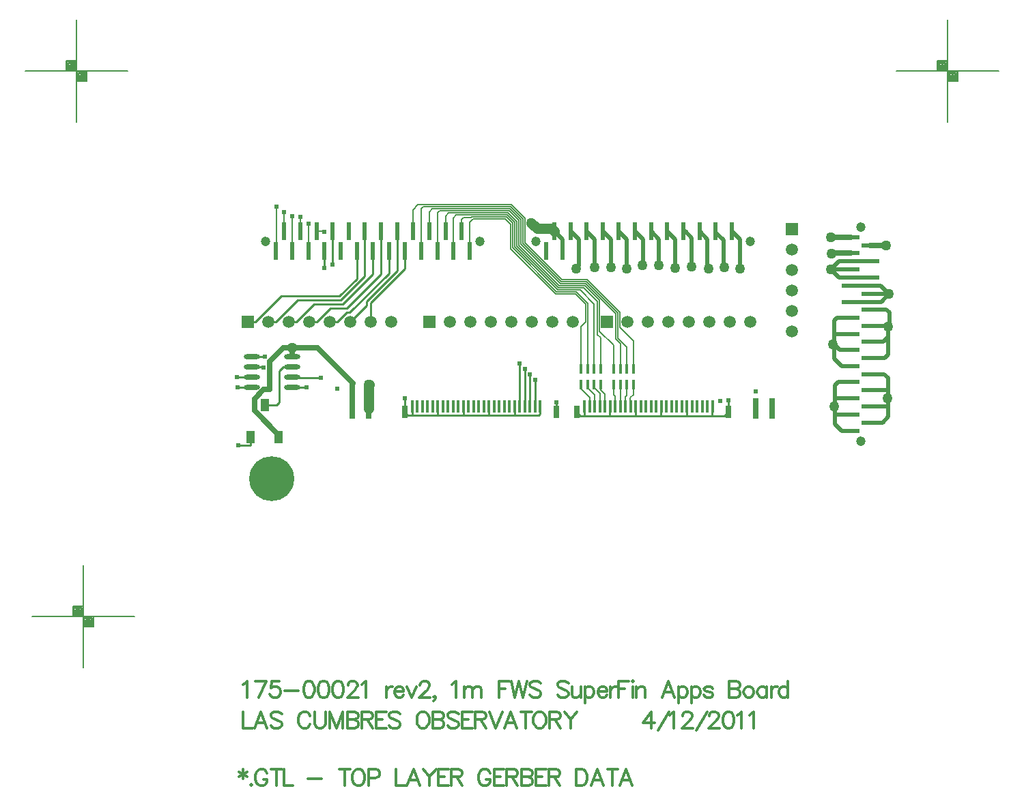
<source format=gtl>
%FSLAX23Y23*%
%MOIN*%
G70*
G01*
G75*
G04 Layer_Physical_Order=1*
G04 Layer_Color=255*
%ADD10O,0.079X0.024*%
%ADD11R,0.017X0.045*%
%ADD12R,0.014X0.060*%
%ADD13R,0.030X0.100*%
%ADD14R,0.031X0.060*%
%ADD15R,0.022X0.085*%
%ADD16R,0.039X0.059*%
%ADD17R,0.085X0.022*%
%ADD18C,0.006*%
%ADD19C,0.010*%
%ADD20C,0.025*%
%ADD21C,0.020*%
%ADD22C,0.050*%
%ADD23C,0.005*%
%ADD24C,0.012*%
%ADD25C,0.008*%
%ADD26C,0.012*%
%ADD27C,0.012*%
%ADD28C,0.059*%
%ADD29R,0.059X0.059*%
%ADD30R,0.059X0.059*%
%ADD31C,0.047*%
%ADD32C,0.219*%
%ADD33C,0.024*%
%ADD34C,0.050*%
D10*
X31396Y18696D02*
D03*
Y18746D02*
D03*
Y18796D02*
D03*
Y18846D02*
D03*
X31199Y18696D02*
D03*
Y18746D02*
D03*
Y18796D02*
D03*
Y18846D02*
D03*
D11*
X32807Y18786D02*
D03*
X32839D02*
D03*
X32870D02*
D03*
X32902D02*
D03*
Y18710D02*
D03*
X32870D02*
D03*
X32839D02*
D03*
X32807D02*
D03*
X32967Y18786D02*
D03*
X32999D02*
D03*
X33030D02*
D03*
X33062D02*
D03*
Y18710D02*
D03*
X33030D02*
D03*
X32999D02*
D03*
X32967D02*
D03*
D12*
X32558Y18603D02*
D03*
X31983D02*
D03*
X32008D02*
D03*
X32033D02*
D03*
X32058D02*
D03*
X32083D02*
D03*
X32108D02*
D03*
X32158D02*
D03*
X32183D02*
D03*
X32208D02*
D03*
X32233D02*
D03*
X32258D02*
D03*
X32283D02*
D03*
X32308D02*
D03*
X32333D02*
D03*
X32358D02*
D03*
X32383D02*
D03*
X32408D02*
D03*
X32433D02*
D03*
X32458D02*
D03*
X32483D02*
D03*
X32508D02*
D03*
X32533D02*
D03*
X32583D02*
D03*
X32608D02*
D03*
X32824Y18602D02*
D03*
X32849D02*
D03*
X32874D02*
D03*
X32899D02*
D03*
X32924D02*
D03*
X32949D02*
D03*
X32974D02*
D03*
X32999D02*
D03*
X33024D02*
D03*
X33049D02*
D03*
X33074D02*
D03*
X33099D02*
D03*
X33124D02*
D03*
X33149D02*
D03*
X33174D02*
D03*
X33199D02*
D03*
X33224D02*
D03*
X33249D02*
D03*
X33274D02*
D03*
X33299D02*
D03*
X33324D02*
D03*
X33349D02*
D03*
X33374D02*
D03*
X33399D02*
D03*
X33424D02*
D03*
X33449D02*
D03*
X32133Y18603D02*
D03*
D13*
X31691Y18593D02*
D03*
X31770D02*
D03*
X33740Y18593D02*
D03*
X33661D02*
D03*
D14*
X33526Y18575D02*
D03*
X32786D02*
D03*
X31946D02*
D03*
X32686D02*
D03*
D15*
X32637Y19361D02*
D03*
X32716D02*
D03*
X32795D02*
D03*
X32676Y19458D02*
D03*
X32755D02*
D03*
X33582Y19361D02*
D03*
X33543Y19458D02*
D03*
X33503Y19361D02*
D03*
X33464Y19458D02*
D03*
X33424Y19361D02*
D03*
X33385Y19458D02*
D03*
X33346Y19361D02*
D03*
X33306Y19458D02*
D03*
X33267Y19361D02*
D03*
X33228Y19458D02*
D03*
X33188Y19361D02*
D03*
X33149Y19458D02*
D03*
X33110Y19361D02*
D03*
X33070Y19458D02*
D03*
X33031Y19361D02*
D03*
X32991Y19458D02*
D03*
X32952Y19361D02*
D03*
X32913Y19458D02*
D03*
X32873Y19361D02*
D03*
X32834Y19458D02*
D03*
X31515D02*
D03*
X31554Y19361D02*
D03*
X31594Y19458D02*
D03*
X31633Y19361D02*
D03*
X31673Y19458D02*
D03*
X31712Y19361D02*
D03*
X31751Y19458D02*
D03*
X31791Y19361D02*
D03*
X31830Y19458D02*
D03*
X31869Y19361D02*
D03*
X31909Y19458D02*
D03*
X31948Y19361D02*
D03*
X31987Y19458D02*
D03*
X32027Y19361D02*
D03*
X32066Y19458D02*
D03*
X32106Y19361D02*
D03*
X32145Y19458D02*
D03*
X32184Y19361D02*
D03*
X32224Y19458D02*
D03*
X32263Y19361D02*
D03*
X31436Y19458D02*
D03*
X31358D02*
D03*
X31476Y19361D02*
D03*
X31397D02*
D03*
X31318D02*
D03*
D16*
X31193Y18454D02*
D03*
X31262Y18608D02*
D03*
X31331Y18454D02*
D03*
D17*
X34221Y19233D02*
D03*
X34124Y19193D02*
D03*
X34221Y19154D02*
D03*
X34124Y19114D02*
D03*
X34221Y19075D02*
D03*
X34124Y19036D02*
D03*
X34221Y18996D02*
D03*
X34124Y18957D02*
D03*
X34221Y18918D02*
D03*
X34124Y18878D02*
D03*
X34221Y18839D02*
D03*
X34124Y18799D02*
D03*
X34221Y18760D02*
D03*
X34124Y18721D02*
D03*
X34221Y18681D02*
D03*
X34124Y18642D02*
D03*
X34221Y18603D02*
D03*
X34124Y18563D02*
D03*
X34221Y18524D02*
D03*
X34124Y18484D02*
D03*
X34221Y19311D02*
D03*
Y19390D02*
D03*
X34124Y19272D02*
D03*
Y19351D02*
D03*
Y19429D02*
D03*
D18*
X31515Y19458D02*
X31551D01*
X31553Y19456D01*
X31475Y19362D02*
X31476Y19361D01*
X31475Y19362D02*
Y19496D01*
X31435Y19459D02*
X31436Y19458D01*
X31435Y19459D02*
Y19529D01*
X31397Y19361D02*
X31397Y19362D01*
Y19533D01*
X31358Y19458D02*
X31358Y19459D01*
Y19553D01*
X31318Y19361D02*
X31320Y19364D01*
Y19580D01*
D19*
X31554Y19279D02*
X31554Y19279D01*
Y19361D01*
X31594Y19294D02*
Y19458D01*
Y19294D02*
X31594Y19295D01*
X33525Y18575D02*
Y18631D01*
X33198Y18559D02*
Y18603D01*
X33073Y18558D02*
Y18603D01*
X33448Y18559D02*
Y18603D01*
X33323Y18559D02*
Y18603D01*
X32823Y18559D02*
Y18603D01*
X32948Y18558D02*
Y18603D01*
X32785Y18575D02*
X32803Y18557D01*
X31945Y18575D02*
X31960Y18560D01*
X31945Y18575D02*
Y18643D01*
X31396Y18696D02*
X31467D01*
X32558Y18603D02*
Y18759D01*
X32558Y18759D02*
X32558Y18759D01*
X31948Y19277D02*
Y19361D01*
X31780Y19016D02*
Y19109D01*
X31948Y19277D01*
X31909Y19266D02*
Y19458D01*
X31760Y19117D02*
X31909Y19266D01*
X31760Y19096D02*
Y19117D01*
X31680Y19016D02*
X31760Y19096D01*
X31869Y19254D02*
Y19361D01*
X31662Y19061D02*
X31675D01*
X31617Y19016D02*
X31662Y19061D01*
X31580Y19016D02*
X31617D01*
X31675Y19061D02*
X31869Y19254D01*
X31830Y19249D02*
Y19458D01*
X31582Y19081D02*
X31662D01*
X31517Y19016D02*
X31582Y19081D01*
X31480Y19016D02*
X31517D01*
X31662Y19081D02*
X31830Y19249D01*
X31791Y19249D02*
Y19361D01*
X31502Y19101D02*
X31642D01*
X31417Y19016D02*
X31502Y19101D01*
X31380Y19016D02*
X31417D01*
X31642Y19101D02*
X31791Y19249D01*
X31751Y19238D02*
Y19458D01*
X31422Y19121D02*
X31634D01*
X31317Y19016D02*
X31422Y19121D01*
X31280Y19016D02*
X31317D01*
X31634Y19121D02*
X31751Y19238D01*
X31712Y19227D02*
Y19361D01*
X31625Y19141D02*
X31712Y19227D01*
X31342Y19141D02*
X31625D01*
X31217Y19016D02*
X31342Y19141D01*
X31180Y19016D02*
X31217D01*
X31199Y18846D02*
X31262D01*
X31252Y18796D02*
X31257Y18791D01*
X31199Y18796D02*
X31252D01*
X31401Y18741D02*
X31537D01*
X31396Y18746D02*
X31401Y18741D01*
X31352Y18796D02*
X31396D01*
X31332Y18776D02*
X31352Y18796D01*
X33525Y18631D02*
X33525Y18631D01*
X33507Y18557D02*
X33525Y18575D01*
X32803Y18557D02*
X32825D01*
X32823Y18559D02*
X32825Y18557D01*
X32947D01*
X32948Y18558D01*
X32947Y18557D02*
X33074D01*
X33073Y18558D02*
X33074Y18557D01*
X33196D01*
X33198Y18559D01*
X33196Y18557D02*
X33325D01*
X33323Y18559D02*
X33325Y18557D01*
X33450D01*
X33507D01*
X33448Y18559D02*
X33450Y18557D01*
X32685Y18621D02*
X32685Y18621D01*
X31128Y18746D02*
X31199D01*
X31130Y18696D02*
X31199D01*
X31129Y18695D02*
X31130Y18696D01*
X31135Y18414D02*
X31193D01*
X31132Y18411D02*
X31135Y18414D01*
X31332Y18621D02*
Y18776D01*
X31262Y18608D02*
X31319D01*
X31332Y18621D01*
X31193Y18414D02*
Y18454D01*
X32583Y18603D02*
Y18732D01*
X32583Y18732D02*
X32583Y18732D01*
X32533Y18603D02*
Y18785D01*
X32534Y18786D01*
X32508Y18603D02*
Y18812D01*
X32507Y18813D02*
X32508Y18812D01*
X32608Y18602D02*
X32608Y18603D01*
X32600Y18560D02*
X32608Y18567D01*
Y18602D01*
X31983Y18560D02*
Y18603D01*
X31960Y18560D02*
X31983D01*
X32600D01*
X31983D02*
X31983Y18560D01*
X32108D02*
Y18603D01*
X32233Y18560D02*
Y18603D01*
X32358Y18560D02*
Y18603D01*
X32483Y18560D02*
Y18603D01*
X32686Y18575D02*
Y18620D01*
X32685Y18621D02*
X32686Y18620D01*
D20*
X31398Y18889D02*
X31520D01*
X31694Y18715D01*
X34027Y19429D02*
X34028Y19429D01*
X34124D01*
X34031Y19350D02*
X34032Y19351D01*
X34124D01*
X34298Y19390D02*
X34298Y19390D01*
X34221Y19390D02*
X34298D01*
X31398Y18848D02*
Y18889D01*
X31396Y18846D02*
X31398Y18848D01*
X31372Y18889D02*
X31398D01*
X31371Y18890D02*
X31372Y18889D01*
X31352Y18890D02*
X31371D01*
X31287Y18824D02*
X31352Y18890D01*
X31287Y18685D02*
Y18824D01*
X31257Y18685D02*
X31287D01*
X31212Y18640D02*
X31257Y18685D01*
X31212Y18581D02*
X31331Y18462D01*
Y18454D02*
Y18462D01*
X31212Y18581D02*
Y18640D01*
X31691Y18593D02*
Y18712D01*
X31694Y18715D01*
D21*
X34028Y19272D02*
X34068Y19233D01*
X34221D01*
X34028Y19272D02*
X34068Y19311D01*
X34221D01*
X34124Y19272D02*
X34124Y19272D01*
X34028Y19272D02*
X34124D01*
X34272Y19114D02*
X34310Y19153D01*
X34124Y19114D02*
X34272D01*
X34270Y19193D02*
X34310Y19153D01*
X34124Y19193D02*
X34270D01*
X34221Y19154D02*
X34222Y19153D01*
X34310D01*
X33543Y19458D02*
X33582Y19418D01*
Y19276D02*
Y19418D01*
X33464Y19454D02*
Y19458D01*
Y19454D02*
X33503Y19415D01*
X33502Y19286D02*
X33503Y19287D01*
Y19361D01*
Y19415D01*
X33385Y19458D02*
X33424Y19419D01*
X33422Y19286D02*
X33424Y19288D01*
Y19361D01*
Y19419D01*
X33306Y19458D02*
X33315D01*
X33346Y19287D02*
X33347Y19286D01*
X33315Y19458D02*
X33346Y19427D01*
Y19287D02*
Y19361D01*
Y19427D01*
X33228Y19458D02*
X33267Y19419D01*
Y19286D02*
X33267Y19286D01*
X33267Y19286D02*
Y19361D01*
Y19419D01*
X33149Y19458D02*
X33188Y19419D01*
X33187Y19291D02*
X33188Y19292D01*
Y19361D01*
Y19419D01*
X33070Y19458D02*
X33110Y19419D01*
X33107Y19291D02*
X33110Y19293D01*
Y19361D01*
Y19419D01*
X32991Y19458D02*
X33031Y19419D01*
Y19287D02*
Y19361D01*
Y19419D01*
X32913Y19458D02*
X32952Y19419D01*
Y19281D02*
X32952Y19281D01*
X32952Y19281D02*
Y19361D01*
Y19419D01*
X32834Y19458D02*
X32873Y19419D01*
X32872Y19281D02*
X32873Y19282D01*
Y19361D01*
Y19419D01*
X32755Y19458D02*
X32795Y19419D01*
Y19288D02*
Y19361D01*
Y19419D01*
X32676Y19458D02*
X32716Y19419D01*
Y19361D02*
Y19419D01*
X34307Y18991D02*
X34312Y18996D01*
Y19061D01*
X34221Y19075D02*
X34298D01*
X34312Y19061D01*
X34221Y18996D02*
X34302D01*
X34307Y18991D01*
X34221Y18918D02*
X34284D01*
X34221Y18839D02*
X34290D01*
X34307Y18856D01*
X34284Y18918D02*
X34307Y18941D01*
Y18856D02*
Y18941D01*
Y18991D01*
X34079Y18799D02*
X34124D01*
X34042Y18836D02*
X34079Y18799D01*
X34057Y19036D02*
X34124D01*
X34042Y19021D02*
X34057Y19036D01*
X34043Y18957D02*
X34124D01*
X34042Y18956D02*
X34043Y18957D01*
X34042Y18956D02*
Y19021D01*
X34070Y18878D02*
X34124D01*
X34042Y18906D02*
X34070Y18878D01*
X34042Y18836D02*
Y18906D01*
Y18956D01*
X34079Y18484D02*
X34124D01*
X34047Y18516D02*
X34079Y18484D01*
X34062Y18721D02*
X34124D01*
X34047Y18706D02*
X34062Y18721D01*
X34048Y18642D02*
X34124D01*
X34047Y18641D02*
Y18706D01*
Y18641D02*
X34048Y18642D01*
X34050Y18563D02*
X34124D01*
X34047Y18516D02*
Y18561D01*
Y18641D01*
Y18561D02*
X34050Y18563D01*
X34221Y18524D02*
X34280D01*
X34307Y18551D01*
X34221Y18760D02*
X34288D01*
X34307Y18741D01*
X34221Y18681D02*
X34303D01*
X34307Y18686D02*
Y18741D01*
X34303Y18681D02*
X34307Y18686D01*
X34221Y18603D02*
X34300D01*
X34307Y18596D01*
Y18551D02*
Y18596D01*
Y18686D01*
X32782Y19276D02*
X32795Y19288D01*
X33422Y19286D02*
X33431Y19277D01*
X33502Y19286D02*
X33507Y19281D01*
D22*
X32664Y19471D02*
X32676Y19458D01*
X32592Y19471D02*
X32664D01*
X32564Y19499D02*
X32592Y19471D01*
X31770Y18593D02*
Y18706D01*
X31772Y18708D01*
X31771Y18709D02*
X31772Y18708D01*
X31771Y18709D02*
Y18710D01*
D23*
X31987Y19458D02*
Y19564D01*
X32011Y19588D01*
X32467D01*
X32532Y19403D02*
Y19523D01*
Y19403D02*
X32713Y19222D01*
X32837D01*
X32995Y19064D01*
Y18988D02*
Y19064D01*
Y18988D02*
X33062Y18921D01*
Y18786D02*
Y18921D01*
X32467Y19588D02*
X32532Y19523D01*
X32027Y19361D02*
Y19568D01*
X32036Y19578D01*
X32522Y19399D02*
Y19519D01*
X32709Y19212D02*
X32833D01*
X32985Y19060D01*
Y18937D02*
Y19060D01*
Y18937D02*
X33030Y18892D01*
Y18786D02*
Y18892D01*
X32036Y19578D02*
X32463D01*
X32522Y19519D01*
Y19399D02*
X32709Y19212D01*
X32066Y19458D02*
Y19554D01*
X32080Y19568D01*
X32459D01*
X32705Y19202D02*
X32829D01*
X32975Y19055D01*
Y18931D02*
Y19055D01*
Y18931D02*
X32999Y18908D01*
Y18786D02*
Y18908D01*
X32459Y19568D02*
X32512Y19515D01*
Y19395D02*
Y19515D01*
Y19395D02*
X32705Y19202D01*
X32106Y19361D02*
Y19548D01*
X32115Y19558D01*
X32455D01*
X32502Y19390D02*
Y19511D01*
X32700Y19192D02*
X32825D01*
X32895Y18982D02*
Y19121D01*
Y18982D02*
X32898Y18979D01*
Y18970D02*
Y18979D01*
Y18970D02*
X32967Y18901D01*
Y18786D02*
Y18901D01*
X32455Y19558D02*
X32502Y19511D01*
Y19390D02*
X32700Y19192D01*
X32825D02*
X32895Y19121D01*
X32145Y19458D02*
Y19533D01*
X32159Y19548D01*
X32451D01*
X32492Y19386D02*
Y19507D01*
X32820Y19182D02*
X32885Y19117D01*
Y18978D02*
Y19117D01*
Y18978D02*
X32888Y18975D01*
Y18952D02*
X32902Y18939D01*
Y18786D02*
Y18939D01*
X32451Y19548D02*
X32492Y19507D01*
Y19386D02*
X32696Y19182D01*
X32820D01*
X32888Y18952D02*
Y18975D01*
X32184Y19361D02*
Y19524D01*
X32198Y19538D01*
X32447D01*
X32482Y19382D02*
Y19503D01*
X32692Y19172D02*
X32802D01*
X32870Y19104D01*
Y18786D02*
Y19104D01*
X32447Y19538D02*
X32482Y19503D01*
Y19382D02*
X32692Y19172D01*
X32224Y19458D02*
Y19517D01*
X32233Y19527D01*
X32270D01*
X32271Y19528D01*
X32442D01*
X32472Y19378D02*
Y19498D01*
X32688Y19162D02*
X32783D01*
X32839Y19106D01*
Y18786D02*
Y19106D01*
X32442Y19528D02*
X32472Y19498D01*
Y19378D02*
X32688Y19162D01*
X32263Y19361D02*
Y19502D01*
X32279Y19518D01*
X32438D01*
X32462Y19494D01*
Y19374D02*
Y19494D01*
X32829Y19016D02*
Y19102D01*
X32807Y18994D02*
X32829Y19016D01*
X32807Y18786D02*
Y18994D01*
X32462Y19374D02*
X32684Y19152D01*
X32779D01*
X32829Y19102D01*
X33062Y18659D02*
Y18710D01*
X33047Y18645D02*
X33062Y18659D01*
X33047Y18603D02*
Y18645D01*
Y18603D02*
X33049Y18602D01*
X33030Y18655D02*
Y18710D01*
X33023Y18648D02*
X33030Y18655D01*
X33023Y18602D02*
Y18648D01*
Y18602D02*
X33024Y18602D01*
X32999Y18602D02*
Y18710D01*
X32999Y18602D02*
X32999Y18602D01*
X32967Y18659D02*
Y18710D01*
X32974Y18602D02*
Y18652D01*
X32967Y18659D02*
X32974Y18652D01*
X32902Y18684D02*
Y18710D01*
X32924Y18602D02*
Y18662D01*
X32902Y18684D02*
X32924Y18662D01*
X32870Y18696D02*
Y18710D01*
X32899Y18602D02*
Y18667D01*
X32870Y18696D02*
X32899Y18667D01*
X32839Y18694D02*
Y18710D01*
X32874Y18602D02*
Y18659D01*
X32839Y18694D02*
X32874Y18659D01*
X32807Y18689D02*
Y18710D01*
X32849Y18602D02*
Y18647D01*
X32807Y18689D02*
X32849Y18647D01*
D24*
X31156Y16829D02*
Y16783D01*
X31137Y16817D02*
X31175Y16794D01*
Y16817D02*
X31137Y16794D01*
X31196Y16756D02*
X31192Y16753D01*
X31196Y16749D01*
X31199Y16753D01*
X31196Y16756D01*
X31274Y16810D02*
X31270Y16817D01*
X31263Y16825D01*
X31255Y16829D01*
X31240D01*
X31232Y16825D01*
X31224Y16817D01*
X31221Y16810D01*
X31217Y16798D01*
Y16779D01*
X31221Y16768D01*
X31224Y16760D01*
X31232Y16753D01*
X31240Y16749D01*
X31255D01*
X31263Y16753D01*
X31270Y16760D01*
X31274Y16768D01*
Y16779D01*
X31255D02*
X31274D01*
X31319Y16829D02*
Y16749D01*
X31292Y16829D02*
X31346D01*
X31355D02*
Y16749D01*
X31401D01*
X31472Y16783D02*
X31541D01*
X31654Y16829D02*
Y16749D01*
X31627Y16829D02*
X31681D01*
X31713D02*
X31706Y16825D01*
X31698Y16817D01*
X31694Y16810D01*
X31690Y16798D01*
Y16779D01*
X31694Y16768D01*
X31698Y16760D01*
X31706Y16753D01*
X31713Y16749D01*
X31728D01*
X31736Y16753D01*
X31744Y16760D01*
X31747Y16768D01*
X31751Y16779D01*
Y16798D01*
X31747Y16810D01*
X31744Y16817D01*
X31736Y16825D01*
X31728Y16829D01*
X31713D01*
X31770Y16787D02*
X31804D01*
X31816Y16791D01*
X31819Y16794D01*
X31823Y16802D01*
Y16814D01*
X31819Y16821D01*
X31816Y16825D01*
X31804Y16829D01*
X31770D01*
Y16749D01*
X31904Y16829D02*
Y16749D01*
X31950D01*
X32019D02*
X31989Y16829D01*
X31958Y16749D01*
X31970Y16775D02*
X32008D01*
X32038Y16829D02*
X32068Y16791D01*
Y16749D01*
X32099Y16829D02*
X32068Y16791D01*
X32159Y16829D02*
X32109D01*
Y16749D01*
X32159D01*
X32109Y16791D02*
X32140D01*
X32172Y16829D02*
Y16749D01*
Y16829D02*
X32206D01*
X32218Y16825D01*
X32222Y16821D01*
X32225Y16814D01*
Y16806D01*
X32222Y16798D01*
X32218Y16794D01*
X32206Y16791D01*
X32172D01*
X32199D02*
X32225Y16749D01*
X32363Y16810D02*
X32359Y16817D01*
X32352Y16825D01*
X32344Y16829D01*
X32329D01*
X32321Y16825D01*
X32314Y16817D01*
X32310Y16810D01*
X32306Y16798D01*
Y16779D01*
X32310Y16768D01*
X32314Y16760D01*
X32321Y16753D01*
X32329Y16749D01*
X32344D01*
X32352Y16753D01*
X32359Y16760D01*
X32363Y16768D01*
Y16779D01*
X32344D02*
X32363D01*
X32431Y16829D02*
X32382D01*
Y16749D01*
X32431D01*
X32382Y16791D02*
X32412D01*
X32444Y16829D02*
Y16749D01*
Y16829D02*
X32479D01*
X32490Y16825D01*
X32494Y16821D01*
X32498Y16814D01*
Y16806D01*
X32494Y16798D01*
X32490Y16794D01*
X32479Y16791D01*
X32444D01*
X32471D02*
X32498Y16749D01*
X32516Y16829D02*
Y16749D01*
Y16829D02*
X32550D01*
X32561Y16825D01*
X32565Y16821D01*
X32569Y16814D01*
Y16806D01*
X32565Y16798D01*
X32561Y16794D01*
X32550Y16791D01*
X32516D02*
X32550D01*
X32561Y16787D01*
X32565Y16783D01*
X32569Y16775D01*
Y16764D01*
X32565Y16756D01*
X32561Y16753D01*
X32550Y16749D01*
X32516D01*
X32636Y16829D02*
X32587D01*
Y16749D01*
X32636D01*
X32587Y16791D02*
X32617D01*
X32650Y16829D02*
Y16749D01*
Y16829D02*
X32684D01*
X32695Y16825D01*
X32699Y16821D01*
X32703Y16814D01*
Y16806D01*
X32699Y16798D01*
X32695Y16794D01*
X32684Y16791D01*
X32650D01*
X32676D02*
X32703Y16749D01*
X32784Y16829D02*
Y16749D01*
Y16829D02*
X32810D01*
X32822Y16825D01*
X32829Y16817D01*
X32833Y16810D01*
X32837Y16798D01*
Y16779D01*
X32833Y16768D01*
X32829Y16760D01*
X32822Y16753D01*
X32810Y16749D01*
X32784D01*
X32916D02*
X32885Y16829D01*
X32855Y16749D01*
X32866Y16775D02*
X32904D01*
X32961Y16829D02*
Y16749D01*
X32935Y16829D02*
X32988D01*
X33058Y16749D02*
X33028Y16829D01*
X32997Y16749D01*
X33009Y16775D02*
X33047D01*
D25*
X30093Y20243D02*
X30593D01*
X30343Y19993D02*
Y20493D01*
X30293Y20243D02*
Y20293D01*
X30343D01*
X30393Y20193D02*
Y20243D01*
X30343Y20193D02*
X30393D01*
X30348Y20238D02*
X30388D01*
Y20198D02*
Y20238D01*
X30348Y20198D02*
X30388D01*
X30348D02*
Y20238D01*
X30353Y20233D02*
X30383D01*
Y20203D02*
Y20233D01*
X30353Y20203D02*
X30383D01*
X30353D02*
Y20228D01*
X30358D02*
X30378D01*
Y20208D02*
Y20228D01*
X30358Y20208D02*
X30378D01*
X30358D02*
Y20223D01*
X30363D02*
X30373D01*
Y20213D02*
Y20223D01*
X30363Y20213D02*
X30373D01*
X30363D02*
Y20223D01*
Y20218D02*
X30373D01*
X30298Y20288D02*
X30338D01*
Y20248D02*
Y20288D01*
X30298Y20248D02*
X30338D01*
X30298D02*
Y20288D01*
X30303Y20283D02*
X30333D01*
Y20253D02*
Y20283D01*
X30303Y20253D02*
X30333D01*
X30303D02*
Y20278D01*
X30308D02*
X30328D01*
Y20258D02*
Y20278D01*
X30308Y20258D02*
X30328D01*
X30308D02*
Y20273D01*
X30313D02*
X30323D01*
Y20263D02*
Y20273D01*
X30313Y20263D02*
X30323D01*
X30313D02*
Y20273D01*
Y20268D02*
X30323D01*
X30126Y17575D02*
X30626D01*
X30376Y17325D02*
Y17825D01*
X30326Y17575D02*
Y17625D01*
X30376D01*
X30426Y17525D02*
Y17575D01*
X30376Y17525D02*
X30426D01*
X30381Y17570D02*
X30421D01*
Y17530D02*
Y17570D01*
X30381Y17530D02*
X30421D01*
X30381D02*
Y17570D01*
X30386Y17565D02*
X30416D01*
Y17535D02*
Y17565D01*
X30386Y17535D02*
X30416D01*
X30386D02*
Y17560D01*
X30391D02*
X30411D01*
Y17540D02*
Y17560D01*
X30391Y17540D02*
X30411D01*
X30391D02*
Y17555D01*
X30396D02*
X30406D01*
Y17545D02*
Y17555D01*
X30396Y17545D02*
X30406D01*
X30396D02*
Y17555D01*
Y17550D02*
X30406D01*
X30331Y17620D02*
X30371D01*
Y17580D02*
Y17620D01*
X30331Y17580D02*
X30371D01*
X30331D02*
Y17620D01*
X30336Y17615D02*
X30366D01*
Y17585D02*
Y17615D01*
X30336Y17585D02*
X30366D01*
X30336D02*
Y17610D01*
X30341D02*
X30361D01*
Y17590D02*
Y17610D01*
X30341Y17590D02*
X30361D01*
X30341D02*
Y17605D01*
X30346D02*
X30356D01*
Y17595D02*
Y17605D01*
X30346Y17595D02*
X30356D01*
X30346D02*
Y17605D01*
Y17600D02*
X30356D01*
X34347Y20243D02*
X34847D01*
X34597Y19993D02*
Y20493D01*
X34547Y20243D02*
Y20293D01*
X34597D01*
X34647Y20193D02*
Y20243D01*
X34597Y20193D02*
X34647D01*
X34602Y20238D02*
X34642D01*
Y20198D02*
Y20238D01*
X34602Y20198D02*
X34642D01*
X34602D02*
Y20238D01*
X34607Y20233D02*
X34637D01*
Y20203D02*
Y20233D01*
X34607Y20203D02*
X34637D01*
X34607D02*
Y20228D01*
X34612D02*
X34632D01*
Y20208D02*
Y20228D01*
X34612Y20208D02*
X34632D01*
X34612D02*
Y20223D01*
X34617D02*
X34627D01*
Y20213D02*
Y20223D01*
X34617Y20213D02*
X34627D01*
X34617D02*
Y20223D01*
Y20218D02*
X34627D01*
X34552Y20288D02*
X34592D01*
Y20248D02*
Y20288D01*
X34552Y20248D02*
X34592D01*
X34552D02*
Y20288D01*
X34557Y20283D02*
X34587D01*
Y20253D02*
Y20283D01*
X34557Y20253D02*
X34587D01*
X34557D02*
Y20278D01*
X34562D02*
X34582D01*
Y20258D02*
Y20278D01*
X34562Y20258D02*
X34582D01*
X34562D02*
Y20273D01*
X34567D02*
X34577D01*
Y20263D02*
Y20273D01*
X34567Y20263D02*
X34577D01*
X34567D02*
Y20273D01*
Y20268D02*
X34577D01*
D26*
X31158Y17244D02*
X31166Y17248D01*
X31177Y17259D01*
Y17179D01*
X31270Y17259D02*
X31232Y17179D01*
X31217Y17259D02*
X31270D01*
X31334D02*
X31296D01*
X31292Y17225D01*
X31296Y17229D01*
X31307Y17233D01*
X31319D01*
X31330Y17229D01*
X31338Y17221D01*
X31341Y17210D01*
Y17202D01*
X31338Y17191D01*
X31330Y17183D01*
X31319Y17179D01*
X31307D01*
X31296Y17183D01*
X31292Y17187D01*
X31288Y17195D01*
X31359Y17214D02*
X31428D01*
X31474Y17259D02*
X31463Y17256D01*
X31455Y17244D01*
X31452Y17225D01*
Y17214D01*
X31455Y17195D01*
X31463Y17183D01*
X31474Y17179D01*
X31482D01*
X31493Y17183D01*
X31501Y17195D01*
X31505Y17214D01*
Y17225D01*
X31501Y17244D01*
X31493Y17256D01*
X31482Y17259D01*
X31474D01*
X31546D02*
X31534Y17256D01*
X31527Y17244D01*
X31523Y17225D01*
Y17214D01*
X31527Y17195D01*
X31534Y17183D01*
X31546Y17179D01*
X31553D01*
X31565Y17183D01*
X31572Y17195D01*
X31576Y17214D01*
Y17225D01*
X31572Y17244D01*
X31565Y17256D01*
X31553Y17259D01*
X31546D01*
X31617D02*
X31605Y17256D01*
X31598Y17244D01*
X31594Y17225D01*
Y17214D01*
X31598Y17195D01*
X31605Y17183D01*
X31617Y17179D01*
X31624D01*
X31636Y17183D01*
X31644Y17195D01*
X31647Y17214D01*
Y17225D01*
X31644Y17244D01*
X31636Y17256D01*
X31624Y17259D01*
X31617D01*
X31669Y17240D02*
Y17244D01*
X31673Y17252D01*
X31677Y17256D01*
X31684Y17259D01*
X31700D01*
X31707Y17256D01*
X31711Y17252D01*
X31715Y17244D01*
Y17237D01*
X31711Y17229D01*
X31703Y17217D01*
X31665Y17179D01*
X31719D01*
X31736Y17244D02*
X31744Y17248D01*
X31755Y17259D01*
Y17179D01*
X31858Y17233D02*
Y17179D01*
Y17210D02*
X31862Y17221D01*
X31869Y17229D01*
X31877Y17233D01*
X31888D01*
X31896Y17210D02*
X31941D01*
Y17217D01*
X31938Y17225D01*
X31934Y17229D01*
X31926Y17233D01*
X31915D01*
X31907Y17229D01*
X31899Y17221D01*
X31896Y17210D01*
Y17202D01*
X31899Y17191D01*
X31907Y17183D01*
X31915Y17179D01*
X31926D01*
X31934Y17183D01*
X31941Y17191D01*
X31958Y17233D02*
X31981Y17179D01*
X32004Y17233D02*
X31981Y17179D01*
X32021Y17240D02*
Y17244D01*
X32025Y17252D01*
X32029Y17256D01*
X32036Y17259D01*
X32051D01*
X32059Y17256D01*
X32063Y17252D01*
X32067Y17244D01*
Y17237D01*
X32063Y17229D01*
X32055Y17217D01*
X32017Y17179D01*
X32070D01*
X32096Y17183D02*
X32092Y17179D01*
X32088Y17183D01*
X32092Y17187D01*
X32096Y17183D01*
Y17176D01*
X32092Y17168D01*
X32088Y17164D01*
X32176Y17244D02*
X32184Y17248D01*
X32195Y17259D01*
Y17179D01*
X32235Y17233D02*
Y17179D01*
Y17217D02*
X32246Y17229D01*
X32254Y17233D01*
X32265D01*
X32273Y17229D01*
X32277Y17217D01*
Y17179D01*
Y17217D02*
X32288Y17229D01*
X32296Y17233D01*
X32307D01*
X32315Y17229D01*
X32319Y17217D01*
Y17179D01*
X32407Y17259D02*
Y17179D01*
Y17259D02*
X32456D01*
X32407Y17221D02*
X32437D01*
X32465Y17259D02*
X32484Y17179D01*
X32504Y17259D02*
X32484Y17179D01*
X32504Y17259D02*
X32523Y17179D01*
X32542Y17259D02*
X32523Y17179D01*
X32611Y17248D02*
X32603Y17256D01*
X32592Y17259D01*
X32577D01*
X32565Y17256D01*
X32558Y17248D01*
Y17240D01*
X32561Y17233D01*
X32565Y17229D01*
X32573Y17225D01*
X32596Y17217D01*
X32603Y17214D01*
X32607Y17210D01*
X32611Y17202D01*
Y17191D01*
X32603Y17183D01*
X32592Y17179D01*
X32577D01*
X32565Y17183D01*
X32558Y17191D01*
X32745Y17248D02*
X32737Y17256D01*
X32726Y17259D01*
X32711D01*
X32699Y17256D01*
X32692Y17248D01*
Y17240D01*
X32695Y17233D01*
X32699Y17229D01*
X32707Y17225D01*
X32730Y17217D01*
X32737Y17214D01*
X32741Y17210D01*
X32745Y17202D01*
Y17191D01*
X32737Y17183D01*
X32726Y17179D01*
X32711D01*
X32699Y17183D01*
X32692Y17191D01*
X32763Y17233D02*
Y17195D01*
X32767Y17183D01*
X32774Y17179D01*
X32786D01*
X32793Y17183D01*
X32805Y17195D01*
Y17233D02*
Y17179D01*
X32826Y17233D02*
Y17153D01*
Y17221D02*
X32833Y17229D01*
X32841Y17233D01*
X32852D01*
X32860Y17229D01*
X32868Y17221D01*
X32871Y17210D01*
Y17202D01*
X32868Y17191D01*
X32860Y17183D01*
X32852Y17179D01*
X32841D01*
X32833Y17183D01*
X32826Y17191D01*
X32889Y17210D02*
X32934D01*
Y17217D01*
X32930Y17225D01*
X32927Y17229D01*
X32919Y17233D01*
X32908D01*
X32900Y17229D01*
X32892Y17221D01*
X32889Y17210D01*
Y17202D01*
X32892Y17191D01*
X32900Y17183D01*
X32908Y17179D01*
X32919D01*
X32927Y17183D01*
X32934Y17191D01*
X32951Y17233D02*
Y17179D01*
Y17210D02*
X32955Y17221D01*
X32963Y17229D01*
X32970Y17233D01*
X32982D01*
X32989Y17259D02*
Y17179D01*
Y17259D02*
X33039D01*
X32989Y17221D02*
X33020D01*
X33055Y17259D02*
X33059Y17256D01*
X33063Y17259D01*
X33059Y17263D01*
X33055Y17259D01*
X33059Y17233D02*
Y17179D01*
X33077Y17233D02*
Y17179D01*
Y17217D02*
X33089Y17229D01*
X33096Y17233D01*
X33108D01*
X33115Y17229D01*
X33119Y17217D01*
Y17179D01*
X33264D02*
X33233Y17259D01*
X33203Y17179D01*
X33214Y17206D02*
X33252D01*
X33282Y17233D02*
Y17153D01*
Y17221D02*
X33290Y17229D01*
X33298Y17233D01*
X33309D01*
X33317Y17229D01*
X33324Y17221D01*
X33328Y17210D01*
Y17202D01*
X33324Y17191D01*
X33317Y17183D01*
X33309Y17179D01*
X33298D01*
X33290Y17183D01*
X33282Y17191D01*
X33345Y17233D02*
Y17153D01*
Y17221D02*
X33353Y17229D01*
X33360Y17233D01*
X33372D01*
X33380Y17229D01*
X33387Y17221D01*
X33391Y17210D01*
Y17202D01*
X33387Y17191D01*
X33380Y17183D01*
X33372Y17179D01*
X33360D01*
X33353Y17183D01*
X33345Y17191D01*
X33450Y17221D02*
X33446Y17229D01*
X33435Y17233D01*
X33423D01*
X33412Y17229D01*
X33408Y17221D01*
X33412Y17214D01*
X33420Y17210D01*
X33439Y17206D01*
X33446Y17202D01*
X33450Y17195D01*
Y17191D01*
X33446Y17183D01*
X33435Y17179D01*
X33423D01*
X33412Y17183D01*
X33408Y17191D01*
X33530Y17259D02*
Y17179D01*
Y17259D02*
X33564D01*
X33575Y17256D01*
X33579Y17252D01*
X33583Y17244D01*
Y17237D01*
X33579Y17229D01*
X33575Y17225D01*
X33564Y17221D01*
X33530D02*
X33564D01*
X33575Y17217D01*
X33579Y17214D01*
X33583Y17206D01*
Y17195D01*
X33579Y17187D01*
X33575Y17183D01*
X33564Y17179D01*
X33530D01*
X33620Y17233D02*
X33612Y17229D01*
X33605Y17221D01*
X33601Y17210D01*
Y17202D01*
X33605Y17191D01*
X33612Y17183D01*
X33620Y17179D01*
X33631D01*
X33639Y17183D01*
X33647Y17191D01*
X33650Y17202D01*
Y17210D01*
X33647Y17221D01*
X33639Y17229D01*
X33631Y17233D01*
X33620D01*
X33714D02*
Y17179D01*
Y17221D02*
X33706Y17229D01*
X33698Y17233D01*
X33687D01*
X33679Y17229D01*
X33672Y17221D01*
X33668Y17210D01*
Y17202D01*
X33672Y17191D01*
X33679Y17183D01*
X33687Y17179D01*
X33698D01*
X33706Y17183D01*
X33714Y17191D01*
X33735Y17233D02*
Y17179D01*
Y17210D02*
X33739Y17221D01*
X33746Y17229D01*
X33754Y17233D01*
X33765D01*
X33818Y17259D02*
Y17179D01*
Y17221D02*
X33811Y17229D01*
X33803Y17233D01*
X33792D01*
X33784Y17229D01*
X33776Y17221D01*
X33773Y17210D01*
Y17202D01*
X33776Y17191D01*
X33784Y17183D01*
X33792Y17179D01*
X33803D01*
X33811Y17183D01*
X33818Y17191D01*
D27*
X31158Y17109D02*
Y17029D01*
X31204D01*
X31274D02*
X31243Y17109D01*
X31213Y17029D01*
X31224Y17056D02*
X31262D01*
X31346Y17098D02*
X31338Y17106D01*
X31327Y17109D01*
X31311D01*
X31300Y17106D01*
X31292Y17098D01*
Y17090D01*
X31296Y17083D01*
X31300Y17079D01*
X31308Y17075D01*
X31330Y17067D01*
X31338Y17064D01*
X31342Y17060D01*
X31346Y17052D01*
Y17041D01*
X31338Y17033D01*
X31327Y17029D01*
X31311D01*
X31300Y17033D01*
X31292Y17041D01*
X31484Y17090D02*
X31480Y17098D01*
X31472Y17106D01*
X31465Y17109D01*
X31449D01*
X31442Y17106D01*
X31434Y17098D01*
X31430Y17090D01*
X31426Y17079D01*
Y17060D01*
X31430Y17048D01*
X31434Y17041D01*
X31442Y17033D01*
X31449Y17029D01*
X31465D01*
X31472Y17033D01*
X31480Y17041D01*
X31484Y17048D01*
X31506Y17109D02*
Y17052D01*
X31510Y17041D01*
X31517Y17033D01*
X31529Y17029D01*
X31536D01*
X31548Y17033D01*
X31556Y17041D01*
X31559Y17052D01*
Y17109D01*
X31581D02*
Y17029D01*
Y17109D02*
X31612Y17029D01*
X31642Y17109D02*
X31612Y17029D01*
X31642Y17109D02*
Y17029D01*
X31665Y17109D02*
Y17029D01*
Y17109D02*
X31700D01*
X31711Y17106D01*
X31715Y17102D01*
X31719Y17094D01*
Y17086D01*
X31715Y17079D01*
X31711Y17075D01*
X31700Y17071D01*
X31665D02*
X31700D01*
X31711Y17067D01*
X31715Y17064D01*
X31719Y17056D01*
Y17045D01*
X31715Y17037D01*
X31711Y17033D01*
X31700Y17029D01*
X31665D01*
X31736Y17109D02*
Y17029D01*
Y17109D02*
X31771D01*
X31782Y17106D01*
X31786Y17102D01*
X31790Y17094D01*
Y17086D01*
X31786Y17079D01*
X31782Y17075D01*
X31771Y17071D01*
X31736D01*
X31763D02*
X31790Y17029D01*
X31857Y17109D02*
X31808D01*
Y17029D01*
X31857D01*
X31808Y17071D02*
X31838D01*
X31924Y17098D02*
X31916Y17106D01*
X31905Y17109D01*
X31890D01*
X31878Y17106D01*
X31871Y17098D01*
Y17090D01*
X31874Y17083D01*
X31878Y17079D01*
X31886Y17075D01*
X31909Y17067D01*
X31916Y17064D01*
X31920Y17060D01*
X31924Y17052D01*
Y17041D01*
X31916Y17033D01*
X31905Y17029D01*
X31890D01*
X31878Y17033D01*
X31871Y17041D01*
X32027Y17109D02*
X32020Y17106D01*
X32012Y17098D01*
X32008Y17090D01*
X32005Y17079D01*
Y17060D01*
X32008Y17048D01*
X32012Y17041D01*
X32020Y17033D01*
X32027Y17029D01*
X32043D01*
X32050Y17033D01*
X32058Y17041D01*
X32062Y17048D01*
X32066Y17060D01*
Y17079D01*
X32062Y17090D01*
X32058Y17098D01*
X32050Y17106D01*
X32043Y17109D01*
X32027D01*
X32084D02*
Y17029D01*
Y17109D02*
X32118D01*
X32130Y17106D01*
X32134Y17102D01*
X32138Y17094D01*
Y17086D01*
X32134Y17079D01*
X32130Y17075D01*
X32118Y17071D01*
X32084D02*
X32118D01*
X32130Y17067D01*
X32134Y17064D01*
X32138Y17056D01*
Y17045D01*
X32134Y17037D01*
X32130Y17033D01*
X32118Y17029D01*
X32084D01*
X32209Y17098D02*
X32201Y17106D01*
X32190Y17109D01*
X32174D01*
X32163Y17106D01*
X32155Y17098D01*
Y17090D01*
X32159Y17083D01*
X32163Y17079D01*
X32171Y17075D01*
X32193Y17067D01*
X32201Y17064D01*
X32205Y17060D01*
X32209Y17052D01*
Y17041D01*
X32201Y17033D01*
X32190Y17029D01*
X32174D01*
X32163Y17033D01*
X32155Y17041D01*
X32276Y17109D02*
X32227D01*
Y17029D01*
X32276D01*
X32227Y17071D02*
X32257D01*
X32289Y17109D02*
Y17029D01*
Y17109D02*
X32324D01*
X32335Y17106D01*
X32339Y17102D01*
X32343Y17094D01*
Y17086D01*
X32339Y17079D01*
X32335Y17075D01*
X32324Y17071D01*
X32289D01*
X32316D02*
X32343Y17029D01*
X32361Y17109D02*
X32391Y17029D01*
X32422Y17109D02*
X32391Y17029D01*
X32493D02*
X32462Y17109D01*
X32432Y17029D01*
X32443Y17056D02*
X32481D01*
X32538Y17109D02*
Y17029D01*
X32512Y17109D02*
X32565D01*
X32597D02*
X32590Y17106D01*
X32582Y17098D01*
X32578Y17090D01*
X32574Y17079D01*
Y17060D01*
X32578Y17048D01*
X32582Y17041D01*
X32590Y17033D01*
X32597Y17029D01*
X32612D01*
X32620Y17033D01*
X32628Y17041D01*
X32632Y17048D01*
X32635Y17060D01*
Y17079D01*
X32632Y17090D01*
X32628Y17098D01*
X32620Y17106D01*
X32612Y17109D01*
X32597D01*
X32654D02*
Y17029D01*
Y17109D02*
X32688D01*
X32700Y17106D01*
X32703Y17102D01*
X32707Y17094D01*
Y17086D01*
X32703Y17079D01*
X32700Y17075D01*
X32688Y17071D01*
X32654D01*
X32681D02*
X32707Y17029D01*
X32725Y17109D02*
X32756Y17071D01*
Y17029D01*
X32786Y17109D02*
X32756Y17071D01*
X33149Y17109D02*
X33111Y17056D01*
X33168D01*
X33149Y17109D02*
Y17029D01*
X33182Y17018D02*
X33235Y17109D01*
X33241Y17094D02*
X33248Y17098D01*
X33260Y17109D01*
Y17029D01*
X33303Y17090D02*
Y17094D01*
X33307Y17102D01*
X33311Y17106D01*
X33318Y17109D01*
X33333D01*
X33341Y17106D01*
X33345Y17102D01*
X33349Y17094D01*
Y17086D01*
X33345Y17079D01*
X33337Y17067D01*
X33299Y17029D01*
X33352D01*
X33370Y17018D02*
X33424Y17109D01*
X33433Y17090D02*
Y17094D01*
X33437Y17102D01*
X33440Y17106D01*
X33448Y17109D01*
X33463D01*
X33471Y17106D01*
X33475Y17102D01*
X33479Y17094D01*
Y17086D01*
X33475Y17079D01*
X33467Y17067D01*
X33429Y17029D01*
X33482D01*
X33523Y17109D02*
X33512Y17106D01*
X33504Y17094D01*
X33500Y17075D01*
Y17064D01*
X33504Y17045D01*
X33512Y17033D01*
X33523Y17029D01*
X33531D01*
X33542Y17033D01*
X33550Y17045D01*
X33554Y17064D01*
Y17075D01*
X33550Y17094D01*
X33542Y17106D01*
X33531Y17109D01*
X33523D01*
X33571Y17094D02*
X33579Y17098D01*
X33591Y17109D01*
Y17029D01*
X33630Y17094D02*
X33638Y17098D01*
X33649Y17109D01*
Y17029D01*
D28*
X33632Y19016D02*
D03*
X33532D02*
D03*
X33432D02*
D03*
X33332D02*
D03*
X33232D02*
D03*
X33132D02*
D03*
X33032D02*
D03*
X33838Y19369D02*
D03*
Y19269D02*
D03*
Y19169D02*
D03*
Y19069D02*
D03*
Y18969D02*
D03*
X32766Y19016D02*
D03*
X32666D02*
D03*
X32566D02*
D03*
X32466D02*
D03*
X32366D02*
D03*
X32266D02*
D03*
X32166D02*
D03*
X31880D02*
D03*
X31780D02*
D03*
X31680D02*
D03*
X31580D02*
D03*
X31480D02*
D03*
X31380D02*
D03*
X31280D02*
D03*
D29*
X32932D02*
D03*
X32066D02*
D03*
X31180D02*
D03*
D30*
X33838Y19469D02*
D03*
D31*
X33632Y19410D02*
D03*
X32587D02*
D03*
X31268D02*
D03*
X32313D02*
D03*
X34172Y19480D02*
D03*
Y18434D02*
D03*
D32*
X31298Y18250D02*
D03*
D33*
X31553Y19456D02*
D03*
X31475Y19496D02*
D03*
X31435Y19529D02*
D03*
X31397Y19533D02*
D03*
X31358Y19553D02*
D03*
X31320Y19580D02*
D03*
X31554Y19279D02*
D03*
X31594Y19295D02*
D03*
X31467Y18696D02*
D03*
X32558Y18759D02*
D03*
X31262Y18846D02*
D03*
X31257Y18791D02*
D03*
X31537Y18741D02*
D03*
X33485Y18629D02*
D03*
X33525Y18631D02*
D03*
X32685Y18621D02*
D03*
X31128Y18746D02*
D03*
X31129Y18695D02*
D03*
X31132Y18411D02*
D03*
X32583Y18732D02*
D03*
X32534Y18786D02*
D03*
X32507Y18813D02*
D03*
X31945Y18643D02*
D03*
X31694Y18715D02*
D03*
X31617Y18690D02*
D03*
X33661Y18675D02*
D03*
D34*
X34028Y19272D02*
D03*
X34310Y19153D02*
D03*
X34027Y19429D02*
D03*
X34031Y19350D02*
D03*
X34298Y19390D02*
D03*
X34307Y18991D02*
D03*
X34037Y18906D02*
D03*
X34302Y18641D02*
D03*
X34042Y18601D02*
D03*
X32872Y19281D02*
D03*
X32952Y19281D02*
D03*
X33107Y19291D02*
D03*
X33187D02*
D03*
X33346Y19287D02*
D03*
X33582Y19276D02*
D03*
X31398Y18889D02*
D03*
X32564Y19499D02*
D03*
X31771Y18710D02*
D03*
X32782Y19276D02*
D03*
X33031Y19277D02*
D03*
X33431Y19277D02*
D03*
X33507Y19281D02*
D03*
X33267Y19279D02*
D03*
M02*

</source>
